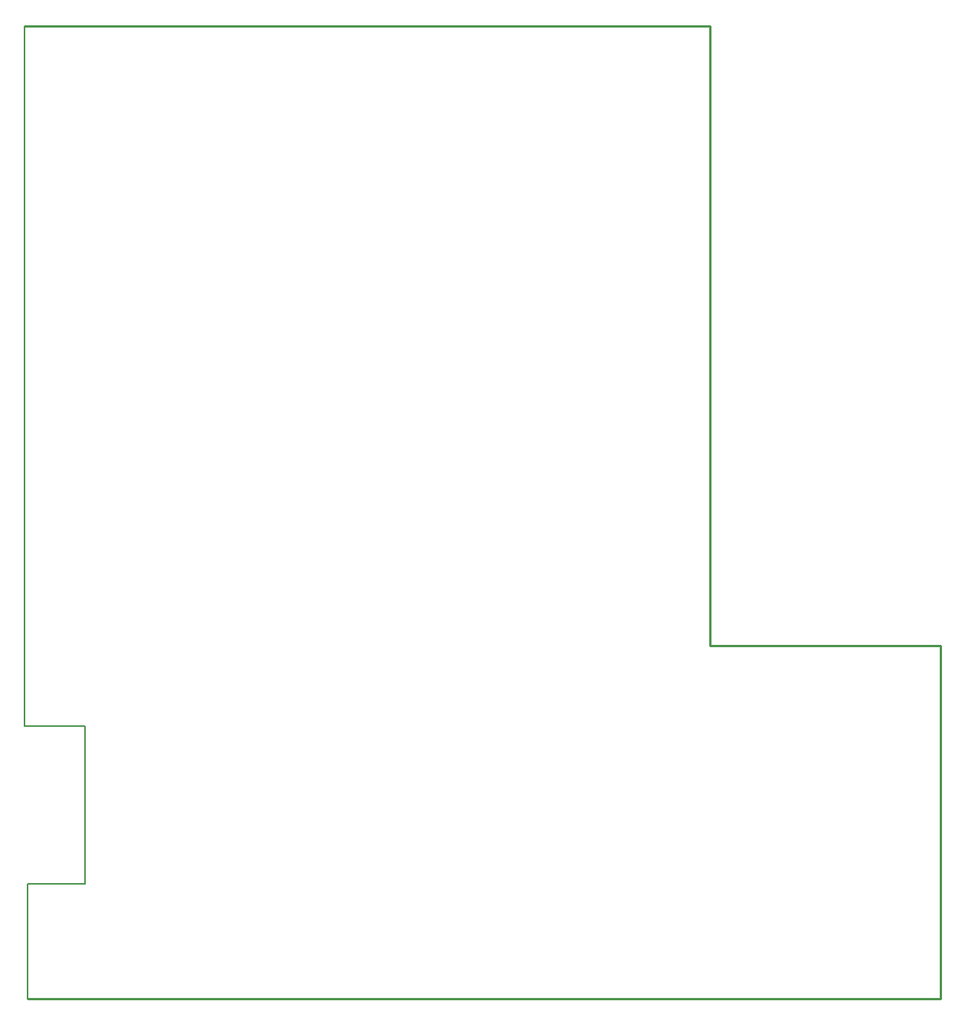
<source format=gko>
%TF.GenerationSoftware,Altium Limited,Altium Designer,25.2.1 (25)*%
G04 Layer_Color=16711935*
%FSLAX25Y25*%
%MOIN*%
%TF.SameCoordinates,F6C81A79-D505-4479-B840-BDF532C21910*%
%TF.FilePolarity,Positive*%
%TF.FileFunction,Keep-out,Top*%
%TF.Part,Single*%
G01*
G75*
%TA.AperFunction,NonConductor*%
%ADD109C,0.00787*%
%ADD120C,0.01000*%
D109*
X-1339Y423386D02*
X-1339Y118661D01*
X25157D01*
Y49882D02*
Y118661D01*
X0Y49882D02*
X25157D01*
X0Y0D02*
Y49882D01*
D120*
Y0D02*
X397638D01*
X297165Y153543D02*
X397638D01*
Y0D02*
Y153543D01*
X297165D02*
X297165Y423386D01*
X-1339D02*
X297165D01*
%TF.MD5,e7130bc9740c40121551f6c8906dc602*%
M02*

</source>
